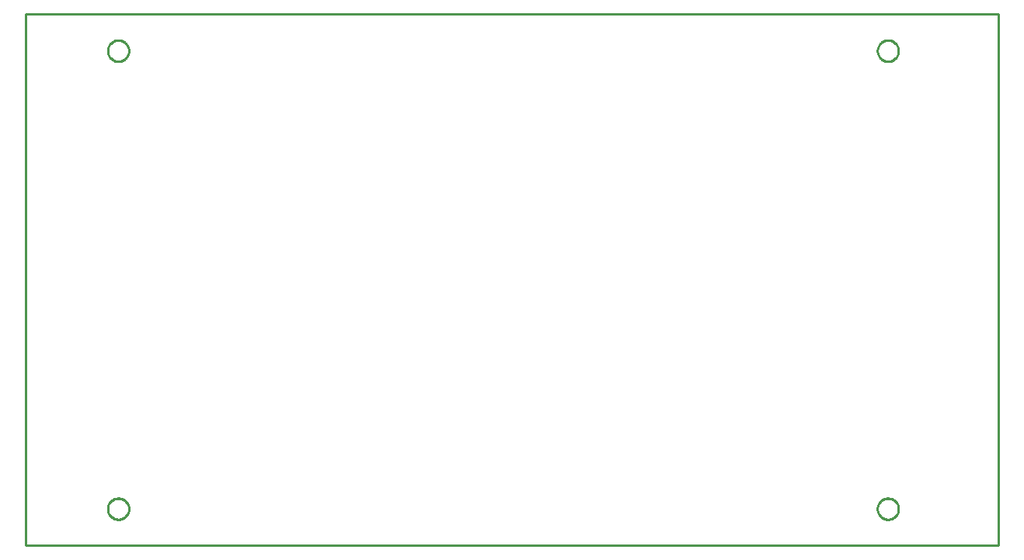
<source format=gko>
G04 EAGLE Gerber RS-274X export*
G75*
%MOMM*%
%FSLAX34Y34*%
%LPD*%
%IN*%
%IPPOS*%
%AMOC8*
5,1,8,0,0,1.08239X$1,22.5*%
G01*
%ADD10C,0.050000*%
%ADD11C,0.000000*%
%ADD12C,0.254000*%


D10*
X0Y0D02*
X0Y580000D01*
X1060000Y580000D01*
X1060000Y0D01*
X0Y0D01*
D11*
X928300Y40000D02*
X928303Y40282D01*
X928314Y40564D01*
X928331Y40846D01*
X928355Y41127D01*
X928386Y41408D01*
X928424Y41687D01*
X928469Y41966D01*
X928521Y42244D01*
X928579Y42520D01*
X928645Y42794D01*
X928717Y43067D01*
X928795Y43338D01*
X928880Y43607D01*
X928972Y43874D01*
X929071Y44139D01*
X929175Y44401D01*
X929287Y44660D01*
X929404Y44917D01*
X929528Y45171D01*
X929658Y45421D01*
X929794Y45668D01*
X929936Y45912D01*
X930084Y46152D01*
X930238Y46389D01*
X930398Y46622D01*
X930563Y46851D01*
X930734Y47075D01*
X930910Y47296D01*
X931092Y47511D01*
X931279Y47723D01*
X931471Y47930D01*
X931668Y48132D01*
X931870Y48329D01*
X932077Y48521D01*
X932289Y48708D01*
X932504Y48890D01*
X932725Y49066D01*
X932949Y49237D01*
X933178Y49402D01*
X933411Y49562D01*
X933648Y49716D01*
X933888Y49864D01*
X934132Y50006D01*
X934379Y50142D01*
X934629Y50272D01*
X934883Y50396D01*
X935140Y50513D01*
X935399Y50625D01*
X935661Y50729D01*
X935926Y50828D01*
X936193Y50920D01*
X936462Y51005D01*
X936733Y51083D01*
X937006Y51155D01*
X937280Y51221D01*
X937556Y51279D01*
X937834Y51331D01*
X938113Y51376D01*
X938392Y51414D01*
X938673Y51445D01*
X938954Y51469D01*
X939236Y51486D01*
X939518Y51497D01*
X939800Y51500D01*
X940082Y51497D01*
X940364Y51486D01*
X940646Y51469D01*
X940927Y51445D01*
X941208Y51414D01*
X941487Y51376D01*
X941766Y51331D01*
X942044Y51279D01*
X942320Y51221D01*
X942594Y51155D01*
X942867Y51083D01*
X943138Y51005D01*
X943407Y50920D01*
X943674Y50828D01*
X943939Y50729D01*
X944201Y50625D01*
X944460Y50513D01*
X944717Y50396D01*
X944971Y50272D01*
X945221Y50142D01*
X945468Y50006D01*
X945712Y49864D01*
X945952Y49716D01*
X946189Y49562D01*
X946422Y49402D01*
X946651Y49237D01*
X946875Y49066D01*
X947096Y48890D01*
X947311Y48708D01*
X947523Y48521D01*
X947730Y48329D01*
X947932Y48132D01*
X948129Y47930D01*
X948321Y47723D01*
X948508Y47511D01*
X948690Y47296D01*
X948866Y47075D01*
X949037Y46851D01*
X949202Y46622D01*
X949362Y46389D01*
X949516Y46152D01*
X949664Y45912D01*
X949806Y45668D01*
X949942Y45421D01*
X950072Y45171D01*
X950196Y44917D01*
X950313Y44660D01*
X950425Y44401D01*
X950529Y44139D01*
X950628Y43874D01*
X950720Y43607D01*
X950805Y43338D01*
X950883Y43067D01*
X950955Y42794D01*
X951021Y42520D01*
X951079Y42244D01*
X951131Y41966D01*
X951176Y41687D01*
X951214Y41408D01*
X951245Y41127D01*
X951269Y40846D01*
X951286Y40564D01*
X951297Y40282D01*
X951300Y40000D01*
X951297Y39718D01*
X951286Y39436D01*
X951269Y39154D01*
X951245Y38873D01*
X951214Y38592D01*
X951176Y38313D01*
X951131Y38034D01*
X951079Y37756D01*
X951021Y37480D01*
X950955Y37206D01*
X950883Y36933D01*
X950805Y36662D01*
X950720Y36393D01*
X950628Y36126D01*
X950529Y35861D01*
X950425Y35599D01*
X950313Y35340D01*
X950196Y35083D01*
X950072Y34829D01*
X949942Y34579D01*
X949806Y34332D01*
X949664Y34088D01*
X949516Y33848D01*
X949362Y33611D01*
X949202Y33378D01*
X949037Y33149D01*
X948866Y32925D01*
X948690Y32704D01*
X948508Y32489D01*
X948321Y32277D01*
X948129Y32070D01*
X947932Y31868D01*
X947730Y31671D01*
X947523Y31479D01*
X947311Y31292D01*
X947096Y31110D01*
X946875Y30934D01*
X946651Y30763D01*
X946422Y30598D01*
X946189Y30438D01*
X945952Y30284D01*
X945712Y30136D01*
X945468Y29994D01*
X945221Y29858D01*
X944971Y29728D01*
X944717Y29604D01*
X944460Y29487D01*
X944201Y29375D01*
X943939Y29271D01*
X943674Y29172D01*
X943407Y29080D01*
X943138Y28995D01*
X942867Y28917D01*
X942594Y28845D01*
X942320Y28779D01*
X942044Y28721D01*
X941766Y28669D01*
X941487Y28624D01*
X941208Y28586D01*
X940927Y28555D01*
X940646Y28531D01*
X940364Y28514D01*
X940082Y28503D01*
X939800Y28500D01*
X939518Y28503D01*
X939236Y28514D01*
X938954Y28531D01*
X938673Y28555D01*
X938392Y28586D01*
X938113Y28624D01*
X937834Y28669D01*
X937556Y28721D01*
X937280Y28779D01*
X937006Y28845D01*
X936733Y28917D01*
X936462Y28995D01*
X936193Y29080D01*
X935926Y29172D01*
X935661Y29271D01*
X935399Y29375D01*
X935140Y29487D01*
X934883Y29604D01*
X934629Y29728D01*
X934379Y29858D01*
X934132Y29994D01*
X933888Y30136D01*
X933648Y30284D01*
X933411Y30438D01*
X933178Y30598D01*
X932949Y30763D01*
X932725Y30934D01*
X932504Y31110D01*
X932289Y31292D01*
X932077Y31479D01*
X931870Y31671D01*
X931668Y31868D01*
X931471Y32070D01*
X931279Y32277D01*
X931092Y32489D01*
X930910Y32704D01*
X930734Y32925D01*
X930563Y33149D01*
X930398Y33378D01*
X930238Y33611D01*
X930084Y33848D01*
X929936Y34088D01*
X929794Y34332D01*
X929658Y34579D01*
X929528Y34829D01*
X929404Y35083D01*
X929287Y35340D01*
X929175Y35599D01*
X929071Y35861D01*
X928972Y36126D01*
X928880Y36393D01*
X928795Y36662D01*
X928717Y36933D01*
X928645Y37206D01*
X928579Y37480D01*
X928521Y37756D01*
X928469Y38034D01*
X928424Y38313D01*
X928386Y38592D01*
X928355Y38873D01*
X928331Y39154D01*
X928314Y39436D01*
X928303Y39718D01*
X928300Y40000D01*
X89500Y40000D02*
X89503Y40282D01*
X89514Y40564D01*
X89531Y40846D01*
X89555Y41127D01*
X89586Y41408D01*
X89624Y41687D01*
X89669Y41966D01*
X89721Y42244D01*
X89779Y42520D01*
X89845Y42794D01*
X89917Y43067D01*
X89995Y43338D01*
X90080Y43607D01*
X90172Y43874D01*
X90271Y44139D01*
X90375Y44401D01*
X90487Y44660D01*
X90604Y44917D01*
X90728Y45171D01*
X90858Y45421D01*
X90994Y45668D01*
X91136Y45912D01*
X91284Y46152D01*
X91438Y46389D01*
X91598Y46622D01*
X91763Y46851D01*
X91934Y47075D01*
X92110Y47296D01*
X92292Y47511D01*
X92479Y47723D01*
X92671Y47930D01*
X92868Y48132D01*
X93070Y48329D01*
X93277Y48521D01*
X93489Y48708D01*
X93704Y48890D01*
X93925Y49066D01*
X94149Y49237D01*
X94378Y49402D01*
X94611Y49562D01*
X94848Y49716D01*
X95088Y49864D01*
X95332Y50006D01*
X95579Y50142D01*
X95829Y50272D01*
X96083Y50396D01*
X96340Y50513D01*
X96599Y50625D01*
X96861Y50729D01*
X97126Y50828D01*
X97393Y50920D01*
X97662Y51005D01*
X97933Y51083D01*
X98206Y51155D01*
X98480Y51221D01*
X98756Y51279D01*
X99034Y51331D01*
X99313Y51376D01*
X99592Y51414D01*
X99873Y51445D01*
X100154Y51469D01*
X100436Y51486D01*
X100718Y51497D01*
X101000Y51500D01*
X101282Y51497D01*
X101564Y51486D01*
X101846Y51469D01*
X102127Y51445D01*
X102408Y51414D01*
X102687Y51376D01*
X102966Y51331D01*
X103244Y51279D01*
X103520Y51221D01*
X103794Y51155D01*
X104067Y51083D01*
X104338Y51005D01*
X104607Y50920D01*
X104874Y50828D01*
X105139Y50729D01*
X105401Y50625D01*
X105660Y50513D01*
X105917Y50396D01*
X106171Y50272D01*
X106421Y50142D01*
X106668Y50006D01*
X106912Y49864D01*
X107152Y49716D01*
X107389Y49562D01*
X107622Y49402D01*
X107851Y49237D01*
X108075Y49066D01*
X108296Y48890D01*
X108511Y48708D01*
X108723Y48521D01*
X108930Y48329D01*
X109132Y48132D01*
X109329Y47930D01*
X109521Y47723D01*
X109708Y47511D01*
X109890Y47296D01*
X110066Y47075D01*
X110237Y46851D01*
X110402Y46622D01*
X110562Y46389D01*
X110716Y46152D01*
X110864Y45912D01*
X111006Y45668D01*
X111142Y45421D01*
X111272Y45171D01*
X111396Y44917D01*
X111513Y44660D01*
X111625Y44401D01*
X111729Y44139D01*
X111828Y43874D01*
X111920Y43607D01*
X112005Y43338D01*
X112083Y43067D01*
X112155Y42794D01*
X112221Y42520D01*
X112279Y42244D01*
X112331Y41966D01*
X112376Y41687D01*
X112414Y41408D01*
X112445Y41127D01*
X112469Y40846D01*
X112486Y40564D01*
X112497Y40282D01*
X112500Y40000D01*
X112497Y39718D01*
X112486Y39436D01*
X112469Y39154D01*
X112445Y38873D01*
X112414Y38592D01*
X112376Y38313D01*
X112331Y38034D01*
X112279Y37756D01*
X112221Y37480D01*
X112155Y37206D01*
X112083Y36933D01*
X112005Y36662D01*
X111920Y36393D01*
X111828Y36126D01*
X111729Y35861D01*
X111625Y35599D01*
X111513Y35340D01*
X111396Y35083D01*
X111272Y34829D01*
X111142Y34579D01*
X111006Y34332D01*
X110864Y34088D01*
X110716Y33848D01*
X110562Y33611D01*
X110402Y33378D01*
X110237Y33149D01*
X110066Y32925D01*
X109890Y32704D01*
X109708Y32489D01*
X109521Y32277D01*
X109329Y32070D01*
X109132Y31868D01*
X108930Y31671D01*
X108723Y31479D01*
X108511Y31292D01*
X108296Y31110D01*
X108075Y30934D01*
X107851Y30763D01*
X107622Y30598D01*
X107389Y30438D01*
X107152Y30284D01*
X106912Y30136D01*
X106668Y29994D01*
X106421Y29858D01*
X106171Y29728D01*
X105917Y29604D01*
X105660Y29487D01*
X105401Y29375D01*
X105139Y29271D01*
X104874Y29172D01*
X104607Y29080D01*
X104338Y28995D01*
X104067Y28917D01*
X103794Y28845D01*
X103520Y28779D01*
X103244Y28721D01*
X102966Y28669D01*
X102687Y28624D01*
X102408Y28586D01*
X102127Y28555D01*
X101846Y28531D01*
X101564Y28514D01*
X101282Y28503D01*
X101000Y28500D01*
X100718Y28503D01*
X100436Y28514D01*
X100154Y28531D01*
X99873Y28555D01*
X99592Y28586D01*
X99313Y28624D01*
X99034Y28669D01*
X98756Y28721D01*
X98480Y28779D01*
X98206Y28845D01*
X97933Y28917D01*
X97662Y28995D01*
X97393Y29080D01*
X97126Y29172D01*
X96861Y29271D01*
X96599Y29375D01*
X96340Y29487D01*
X96083Y29604D01*
X95829Y29728D01*
X95579Y29858D01*
X95332Y29994D01*
X95088Y30136D01*
X94848Y30284D01*
X94611Y30438D01*
X94378Y30598D01*
X94149Y30763D01*
X93925Y30934D01*
X93704Y31110D01*
X93489Y31292D01*
X93277Y31479D01*
X93070Y31671D01*
X92868Y31868D01*
X92671Y32070D01*
X92479Y32277D01*
X92292Y32489D01*
X92110Y32704D01*
X91934Y32925D01*
X91763Y33149D01*
X91598Y33378D01*
X91438Y33611D01*
X91284Y33848D01*
X91136Y34088D01*
X90994Y34332D01*
X90858Y34579D01*
X90728Y34829D01*
X90604Y35083D01*
X90487Y35340D01*
X90375Y35599D01*
X90271Y35861D01*
X90172Y36126D01*
X90080Y36393D01*
X89995Y36662D01*
X89917Y36933D01*
X89845Y37206D01*
X89779Y37480D01*
X89721Y37756D01*
X89669Y38034D01*
X89624Y38313D01*
X89586Y38592D01*
X89555Y38873D01*
X89531Y39154D01*
X89514Y39436D01*
X89503Y39718D01*
X89500Y40000D01*
X89500Y540000D02*
X89503Y540282D01*
X89514Y540564D01*
X89531Y540846D01*
X89555Y541127D01*
X89586Y541408D01*
X89624Y541687D01*
X89669Y541966D01*
X89721Y542244D01*
X89779Y542520D01*
X89845Y542794D01*
X89917Y543067D01*
X89995Y543338D01*
X90080Y543607D01*
X90172Y543874D01*
X90271Y544139D01*
X90375Y544401D01*
X90487Y544660D01*
X90604Y544917D01*
X90728Y545171D01*
X90858Y545421D01*
X90994Y545668D01*
X91136Y545912D01*
X91284Y546152D01*
X91438Y546389D01*
X91598Y546622D01*
X91763Y546851D01*
X91934Y547075D01*
X92110Y547296D01*
X92292Y547511D01*
X92479Y547723D01*
X92671Y547930D01*
X92868Y548132D01*
X93070Y548329D01*
X93277Y548521D01*
X93489Y548708D01*
X93704Y548890D01*
X93925Y549066D01*
X94149Y549237D01*
X94378Y549402D01*
X94611Y549562D01*
X94848Y549716D01*
X95088Y549864D01*
X95332Y550006D01*
X95579Y550142D01*
X95829Y550272D01*
X96083Y550396D01*
X96340Y550513D01*
X96599Y550625D01*
X96861Y550729D01*
X97126Y550828D01*
X97393Y550920D01*
X97662Y551005D01*
X97933Y551083D01*
X98206Y551155D01*
X98480Y551221D01*
X98756Y551279D01*
X99034Y551331D01*
X99313Y551376D01*
X99592Y551414D01*
X99873Y551445D01*
X100154Y551469D01*
X100436Y551486D01*
X100718Y551497D01*
X101000Y551500D01*
X101282Y551497D01*
X101564Y551486D01*
X101846Y551469D01*
X102127Y551445D01*
X102408Y551414D01*
X102687Y551376D01*
X102966Y551331D01*
X103244Y551279D01*
X103520Y551221D01*
X103794Y551155D01*
X104067Y551083D01*
X104338Y551005D01*
X104607Y550920D01*
X104874Y550828D01*
X105139Y550729D01*
X105401Y550625D01*
X105660Y550513D01*
X105917Y550396D01*
X106171Y550272D01*
X106421Y550142D01*
X106668Y550006D01*
X106912Y549864D01*
X107152Y549716D01*
X107389Y549562D01*
X107622Y549402D01*
X107851Y549237D01*
X108075Y549066D01*
X108296Y548890D01*
X108511Y548708D01*
X108723Y548521D01*
X108930Y548329D01*
X109132Y548132D01*
X109329Y547930D01*
X109521Y547723D01*
X109708Y547511D01*
X109890Y547296D01*
X110066Y547075D01*
X110237Y546851D01*
X110402Y546622D01*
X110562Y546389D01*
X110716Y546152D01*
X110864Y545912D01*
X111006Y545668D01*
X111142Y545421D01*
X111272Y545171D01*
X111396Y544917D01*
X111513Y544660D01*
X111625Y544401D01*
X111729Y544139D01*
X111828Y543874D01*
X111920Y543607D01*
X112005Y543338D01*
X112083Y543067D01*
X112155Y542794D01*
X112221Y542520D01*
X112279Y542244D01*
X112331Y541966D01*
X112376Y541687D01*
X112414Y541408D01*
X112445Y541127D01*
X112469Y540846D01*
X112486Y540564D01*
X112497Y540282D01*
X112500Y540000D01*
X112497Y539718D01*
X112486Y539436D01*
X112469Y539154D01*
X112445Y538873D01*
X112414Y538592D01*
X112376Y538313D01*
X112331Y538034D01*
X112279Y537756D01*
X112221Y537480D01*
X112155Y537206D01*
X112083Y536933D01*
X112005Y536662D01*
X111920Y536393D01*
X111828Y536126D01*
X111729Y535861D01*
X111625Y535599D01*
X111513Y535340D01*
X111396Y535083D01*
X111272Y534829D01*
X111142Y534579D01*
X111006Y534332D01*
X110864Y534088D01*
X110716Y533848D01*
X110562Y533611D01*
X110402Y533378D01*
X110237Y533149D01*
X110066Y532925D01*
X109890Y532704D01*
X109708Y532489D01*
X109521Y532277D01*
X109329Y532070D01*
X109132Y531868D01*
X108930Y531671D01*
X108723Y531479D01*
X108511Y531292D01*
X108296Y531110D01*
X108075Y530934D01*
X107851Y530763D01*
X107622Y530598D01*
X107389Y530438D01*
X107152Y530284D01*
X106912Y530136D01*
X106668Y529994D01*
X106421Y529858D01*
X106171Y529728D01*
X105917Y529604D01*
X105660Y529487D01*
X105401Y529375D01*
X105139Y529271D01*
X104874Y529172D01*
X104607Y529080D01*
X104338Y528995D01*
X104067Y528917D01*
X103794Y528845D01*
X103520Y528779D01*
X103244Y528721D01*
X102966Y528669D01*
X102687Y528624D01*
X102408Y528586D01*
X102127Y528555D01*
X101846Y528531D01*
X101564Y528514D01*
X101282Y528503D01*
X101000Y528500D01*
X100718Y528503D01*
X100436Y528514D01*
X100154Y528531D01*
X99873Y528555D01*
X99592Y528586D01*
X99313Y528624D01*
X99034Y528669D01*
X98756Y528721D01*
X98480Y528779D01*
X98206Y528845D01*
X97933Y528917D01*
X97662Y528995D01*
X97393Y529080D01*
X97126Y529172D01*
X96861Y529271D01*
X96599Y529375D01*
X96340Y529487D01*
X96083Y529604D01*
X95829Y529728D01*
X95579Y529858D01*
X95332Y529994D01*
X95088Y530136D01*
X94848Y530284D01*
X94611Y530438D01*
X94378Y530598D01*
X94149Y530763D01*
X93925Y530934D01*
X93704Y531110D01*
X93489Y531292D01*
X93277Y531479D01*
X93070Y531671D01*
X92868Y531868D01*
X92671Y532070D01*
X92479Y532277D01*
X92292Y532489D01*
X92110Y532704D01*
X91934Y532925D01*
X91763Y533149D01*
X91598Y533378D01*
X91438Y533611D01*
X91284Y533848D01*
X91136Y534088D01*
X90994Y534332D01*
X90858Y534579D01*
X90728Y534829D01*
X90604Y535083D01*
X90487Y535340D01*
X90375Y535599D01*
X90271Y535861D01*
X90172Y536126D01*
X90080Y536393D01*
X89995Y536662D01*
X89917Y536933D01*
X89845Y537206D01*
X89779Y537480D01*
X89721Y537756D01*
X89669Y538034D01*
X89624Y538313D01*
X89586Y538592D01*
X89555Y538873D01*
X89531Y539154D01*
X89514Y539436D01*
X89503Y539718D01*
X89500Y540000D01*
X928300Y540000D02*
X928303Y540282D01*
X928314Y540564D01*
X928331Y540846D01*
X928355Y541127D01*
X928386Y541408D01*
X928424Y541687D01*
X928469Y541966D01*
X928521Y542244D01*
X928579Y542520D01*
X928645Y542794D01*
X928717Y543067D01*
X928795Y543338D01*
X928880Y543607D01*
X928972Y543874D01*
X929071Y544139D01*
X929175Y544401D01*
X929287Y544660D01*
X929404Y544917D01*
X929528Y545171D01*
X929658Y545421D01*
X929794Y545668D01*
X929936Y545912D01*
X930084Y546152D01*
X930238Y546389D01*
X930398Y546622D01*
X930563Y546851D01*
X930734Y547075D01*
X930910Y547296D01*
X931092Y547511D01*
X931279Y547723D01*
X931471Y547930D01*
X931668Y548132D01*
X931870Y548329D01*
X932077Y548521D01*
X932289Y548708D01*
X932504Y548890D01*
X932725Y549066D01*
X932949Y549237D01*
X933178Y549402D01*
X933411Y549562D01*
X933648Y549716D01*
X933888Y549864D01*
X934132Y550006D01*
X934379Y550142D01*
X934629Y550272D01*
X934883Y550396D01*
X935140Y550513D01*
X935399Y550625D01*
X935661Y550729D01*
X935926Y550828D01*
X936193Y550920D01*
X936462Y551005D01*
X936733Y551083D01*
X937006Y551155D01*
X937280Y551221D01*
X937556Y551279D01*
X937834Y551331D01*
X938113Y551376D01*
X938392Y551414D01*
X938673Y551445D01*
X938954Y551469D01*
X939236Y551486D01*
X939518Y551497D01*
X939800Y551500D01*
X940082Y551497D01*
X940364Y551486D01*
X940646Y551469D01*
X940927Y551445D01*
X941208Y551414D01*
X941487Y551376D01*
X941766Y551331D01*
X942044Y551279D01*
X942320Y551221D01*
X942594Y551155D01*
X942867Y551083D01*
X943138Y551005D01*
X943407Y550920D01*
X943674Y550828D01*
X943939Y550729D01*
X944201Y550625D01*
X944460Y550513D01*
X944717Y550396D01*
X944971Y550272D01*
X945221Y550142D01*
X945468Y550006D01*
X945712Y549864D01*
X945952Y549716D01*
X946189Y549562D01*
X946422Y549402D01*
X946651Y549237D01*
X946875Y549066D01*
X947096Y548890D01*
X947311Y548708D01*
X947523Y548521D01*
X947730Y548329D01*
X947932Y548132D01*
X948129Y547930D01*
X948321Y547723D01*
X948508Y547511D01*
X948690Y547296D01*
X948866Y547075D01*
X949037Y546851D01*
X949202Y546622D01*
X949362Y546389D01*
X949516Y546152D01*
X949664Y545912D01*
X949806Y545668D01*
X949942Y545421D01*
X950072Y545171D01*
X950196Y544917D01*
X950313Y544660D01*
X950425Y544401D01*
X950529Y544139D01*
X950628Y543874D01*
X950720Y543607D01*
X950805Y543338D01*
X950883Y543067D01*
X950955Y542794D01*
X951021Y542520D01*
X951079Y542244D01*
X951131Y541966D01*
X951176Y541687D01*
X951214Y541408D01*
X951245Y541127D01*
X951269Y540846D01*
X951286Y540564D01*
X951297Y540282D01*
X951300Y540000D01*
X951297Y539718D01*
X951286Y539436D01*
X951269Y539154D01*
X951245Y538873D01*
X951214Y538592D01*
X951176Y538313D01*
X951131Y538034D01*
X951079Y537756D01*
X951021Y537480D01*
X950955Y537206D01*
X950883Y536933D01*
X950805Y536662D01*
X950720Y536393D01*
X950628Y536126D01*
X950529Y535861D01*
X950425Y535599D01*
X950313Y535340D01*
X950196Y535083D01*
X950072Y534829D01*
X949942Y534579D01*
X949806Y534332D01*
X949664Y534088D01*
X949516Y533848D01*
X949362Y533611D01*
X949202Y533378D01*
X949037Y533149D01*
X948866Y532925D01*
X948690Y532704D01*
X948508Y532489D01*
X948321Y532277D01*
X948129Y532070D01*
X947932Y531868D01*
X947730Y531671D01*
X947523Y531479D01*
X947311Y531292D01*
X947096Y531110D01*
X946875Y530934D01*
X946651Y530763D01*
X946422Y530598D01*
X946189Y530438D01*
X945952Y530284D01*
X945712Y530136D01*
X945468Y529994D01*
X945221Y529858D01*
X944971Y529728D01*
X944717Y529604D01*
X944460Y529487D01*
X944201Y529375D01*
X943939Y529271D01*
X943674Y529172D01*
X943407Y529080D01*
X943138Y528995D01*
X942867Y528917D01*
X942594Y528845D01*
X942320Y528779D01*
X942044Y528721D01*
X941766Y528669D01*
X941487Y528624D01*
X941208Y528586D01*
X940927Y528555D01*
X940646Y528531D01*
X940364Y528514D01*
X940082Y528503D01*
X939800Y528500D01*
X939518Y528503D01*
X939236Y528514D01*
X938954Y528531D01*
X938673Y528555D01*
X938392Y528586D01*
X938113Y528624D01*
X937834Y528669D01*
X937556Y528721D01*
X937280Y528779D01*
X937006Y528845D01*
X936733Y528917D01*
X936462Y528995D01*
X936193Y529080D01*
X935926Y529172D01*
X935661Y529271D01*
X935399Y529375D01*
X935140Y529487D01*
X934883Y529604D01*
X934629Y529728D01*
X934379Y529858D01*
X934132Y529994D01*
X933888Y530136D01*
X933648Y530284D01*
X933411Y530438D01*
X933178Y530598D01*
X932949Y530763D01*
X932725Y530934D01*
X932504Y531110D01*
X932289Y531292D01*
X932077Y531479D01*
X931870Y531671D01*
X931668Y531868D01*
X931471Y532070D01*
X931279Y532277D01*
X931092Y532489D01*
X930910Y532704D01*
X930734Y532925D01*
X930563Y533149D01*
X930398Y533378D01*
X930238Y533611D01*
X930084Y533848D01*
X929936Y534088D01*
X929794Y534332D01*
X929658Y534579D01*
X929528Y534829D01*
X929404Y535083D01*
X929287Y535340D01*
X929175Y535599D01*
X929071Y535861D01*
X928972Y536126D01*
X928880Y536393D01*
X928795Y536662D01*
X928717Y536933D01*
X928645Y537206D01*
X928579Y537480D01*
X928521Y537756D01*
X928469Y538034D01*
X928424Y538313D01*
X928386Y538592D01*
X928355Y538873D01*
X928331Y539154D01*
X928314Y539436D01*
X928303Y539718D01*
X928300Y540000D01*
D12*
X0Y0D02*
X1060000Y0D01*
X1060000Y580000D01*
X0Y580000D01*
X0Y0D01*
X951300Y39548D02*
X951229Y38647D01*
X951088Y37755D01*
X950877Y36876D01*
X950598Y36017D01*
X950252Y35182D01*
X949841Y34377D01*
X949369Y33606D01*
X948838Y32875D01*
X948251Y32188D01*
X947612Y31549D01*
X946925Y30962D01*
X946194Y30431D01*
X945423Y29959D01*
X944618Y29548D01*
X943783Y29202D01*
X942924Y28923D01*
X942045Y28712D01*
X941153Y28571D01*
X940252Y28500D01*
X939348Y28500D01*
X938447Y28571D01*
X937555Y28712D01*
X936676Y28923D01*
X935817Y29202D01*
X934982Y29548D01*
X934177Y29959D01*
X933406Y30431D01*
X932675Y30962D01*
X931988Y31549D01*
X931349Y32188D01*
X930762Y32875D01*
X930231Y33606D01*
X929759Y34377D01*
X929348Y35182D01*
X929002Y36017D01*
X928723Y36876D01*
X928512Y37755D01*
X928371Y38647D01*
X928300Y39548D01*
X928300Y40452D01*
X928371Y41353D01*
X928512Y42245D01*
X928723Y43124D01*
X929002Y43983D01*
X929348Y44818D01*
X929759Y45623D01*
X930231Y46394D01*
X930762Y47125D01*
X931349Y47812D01*
X931988Y48451D01*
X932675Y49038D01*
X933406Y49569D01*
X934177Y50041D01*
X934982Y50452D01*
X935817Y50798D01*
X936676Y51077D01*
X937555Y51288D01*
X938447Y51429D01*
X939348Y51500D01*
X940252Y51500D01*
X941153Y51429D01*
X942045Y51288D01*
X942924Y51077D01*
X943783Y50798D01*
X944618Y50452D01*
X945423Y50041D01*
X946194Y49569D01*
X946925Y49038D01*
X947612Y48451D01*
X948251Y47812D01*
X948838Y47125D01*
X949369Y46394D01*
X949841Y45623D01*
X950252Y44818D01*
X950598Y43983D01*
X950877Y43124D01*
X951088Y42245D01*
X951229Y41353D01*
X951300Y40452D01*
X951300Y39548D01*
X112500Y39548D02*
X112429Y38647D01*
X112288Y37755D01*
X112077Y36876D01*
X111798Y36017D01*
X111452Y35182D01*
X111041Y34377D01*
X110569Y33606D01*
X110038Y32875D01*
X109451Y32188D01*
X108812Y31549D01*
X108125Y30962D01*
X107394Y30431D01*
X106623Y29959D01*
X105818Y29548D01*
X104983Y29202D01*
X104124Y28923D01*
X103245Y28712D01*
X102353Y28571D01*
X101452Y28500D01*
X100548Y28500D01*
X99647Y28571D01*
X98755Y28712D01*
X97876Y28923D01*
X97017Y29202D01*
X96182Y29548D01*
X95377Y29959D01*
X94606Y30431D01*
X93875Y30962D01*
X93188Y31549D01*
X92549Y32188D01*
X91962Y32875D01*
X91431Y33606D01*
X90959Y34377D01*
X90548Y35182D01*
X90202Y36017D01*
X89923Y36876D01*
X89712Y37755D01*
X89571Y38647D01*
X89500Y39548D01*
X89500Y40452D01*
X89571Y41353D01*
X89712Y42245D01*
X89923Y43124D01*
X90202Y43983D01*
X90548Y44818D01*
X90959Y45623D01*
X91431Y46394D01*
X91962Y47125D01*
X92549Y47812D01*
X93188Y48451D01*
X93875Y49038D01*
X94606Y49569D01*
X95377Y50041D01*
X96182Y50452D01*
X97017Y50798D01*
X97876Y51077D01*
X98755Y51288D01*
X99647Y51429D01*
X100548Y51500D01*
X101452Y51500D01*
X102353Y51429D01*
X103245Y51288D01*
X104124Y51077D01*
X104983Y50798D01*
X105818Y50452D01*
X106623Y50041D01*
X107394Y49569D01*
X108125Y49038D01*
X108812Y48451D01*
X109451Y47812D01*
X110038Y47125D01*
X110569Y46394D01*
X111041Y45623D01*
X111452Y44818D01*
X111798Y43983D01*
X112077Y43124D01*
X112288Y42245D01*
X112429Y41353D01*
X112500Y40452D01*
X112500Y39548D01*
X112500Y539548D02*
X112429Y538647D01*
X112288Y537755D01*
X112077Y536876D01*
X111798Y536017D01*
X111452Y535182D01*
X111041Y534377D01*
X110569Y533606D01*
X110038Y532875D01*
X109451Y532188D01*
X108812Y531549D01*
X108125Y530962D01*
X107394Y530431D01*
X106623Y529959D01*
X105818Y529548D01*
X104983Y529202D01*
X104124Y528923D01*
X103245Y528712D01*
X102353Y528571D01*
X101452Y528500D01*
X100548Y528500D01*
X99647Y528571D01*
X98755Y528712D01*
X97876Y528923D01*
X97017Y529202D01*
X96182Y529548D01*
X95377Y529959D01*
X94606Y530431D01*
X93875Y530962D01*
X93188Y531549D01*
X92549Y532188D01*
X91962Y532875D01*
X91431Y533606D01*
X90959Y534377D01*
X90548Y535182D01*
X90202Y536017D01*
X89923Y536876D01*
X89712Y537755D01*
X89571Y538647D01*
X89500Y539548D01*
X89500Y540452D01*
X89571Y541353D01*
X89712Y542245D01*
X89923Y543124D01*
X90202Y543983D01*
X90548Y544818D01*
X90959Y545623D01*
X91431Y546394D01*
X91962Y547125D01*
X92549Y547812D01*
X93188Y548451D01*
X93875Y549038D01*
X94606Y549569D01*
X95377Y550041D01*
X96182Y550452D01*
X97017Y550798D01*
X97876Y551077D01*
X98755Y551288D01*
X99647Y551429D01*
X100548Y551500D01*
X101452Y551500D01*
X102353Y551429D01*
X103245Y551288D01*
X104124Y551077D01*
X104983Y550798D01*
X105818Y550452D01*
X106623Y550041D01*
X107394Y549569D01*
X108125Y549038D01*
X108812Y548451D01*
X109451Y547812D01*
X110038Y547125D01*
X110569Y546394D01*
X111041Y545623D01*
X111452Y544818D01*
X111798Y543983D01*
X112077Y543124D01*
X112288Y542245D01*
X112429Y541353D01*
X112500Y540452D01*
X112500Y539548D01*
X951300Y539548D02*
X951229Y538647D01*
X951088Y537755D01*
X950877Y536876D01*
X950598Y536017D01*
X950252Y535182D01*
X949841Y534377D01*
X949369Y533606D01*
X948838Y532875D01*
X948251Y532188D01*
X947612Y531549D01*
X946925Y530962D01*
X946194Y530431D01*
X945423Y529959D01*
X944618Y529548D01*
X943783Y529202D01*
X942924Y528923D01*
X942045Y528712D01*
X941153Y528571D01*
X940252Y528500D01*
X939348Y528500D01*
X938447Y528571D01*
X937555Y528712D01*
X936676Y528923D01*
X935817Y529202D01*
X934982Y529548D01*
X934177Y529959D01*
X933406Y530431D01*
X932675Y530962D01*
X931988Y531549D01*
X931349Y532188D01*
X930762Y532875D01*
X930231Y533606D01*
X929759Y534377D01*
X929348Y535182D01*
X929002Y536017D01*
X928723Y536876D01*
X928512Y537755D01*
X928371Y538647D01*
X928300Y539548D01*
X928300Y540452D01*
X928371Y541353D01*
X928512Y542245D01*
X928723Y543124D01*
X929002Y543983D01*
X929348Y544818D01*
X929759Y545623D01*
X930231Y546394D01*
X930762Y547125D01*
X931349Y547812D01*
X931988Y548451D01*
X932675Y549038D01*
X933406Y549569D01*
X934177Y550041D01*
X934982Y550452D01*
X935817Y550798D01*
X936676Y551077D01*
X937555Y551288D01*
X938447Y551429D01*
X939348Y551500D01*
X940252Y551500D01*
X941153Y551429D01*
X942045Y551288D01*
X942924Y551077D01*
X943783Y550798D01*
X944618Y550452D01*
X945423Y550041D01*
X946194Y549569D01*
X946925Y549038D01*
X947612Y548451D01*
X948251Y547812D01*
X948838Y547125D01*
X949369Y546394D01*
X949841Y545623D01*
X950252Y544818D01*
X950598Y543983D01*
X950877Y543124D01*
X951088Y542245D01*
X951229Y541353D01*
X951300Y540452D01*
X951300Y539548D01*
M02*

</source>
